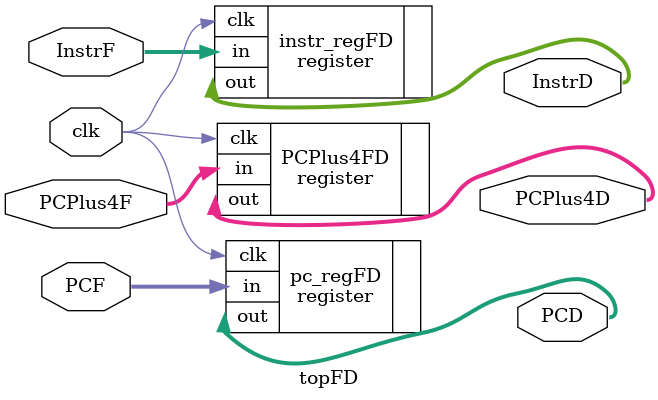
<source format=sv>
module topFD#(
    parameter DATA_WIDTH = 32
)(
    input logic                      clk,
    input logic [DATA_WIDTH-1:0]     PCF,
    input logic [DATA_WIDTH-1:0]     InstrF,
    input logic [DATA_WIDTH-1:0]     PCPlus4F,
    
    output logic [DATA_WIDTH-1:0]    PCD,
    output logic [DATA_WIDTH-1:0]    InstrD,
    output logic [DATA_WIDTH-1:0]    PCPlus4D
);

register pc_regFD(
    .clk(clk),
    .in(PCF),
    .out(PCD)
);

register instr_regFD(
    .clk(clk),
    .in(InstrF),
    .out(InstrD)
);

register PCPlus4FD(
    .clk(clk),
    .in(PCPlus4F),
    .out(PCPlus4D)
);

endmodule

</source>
